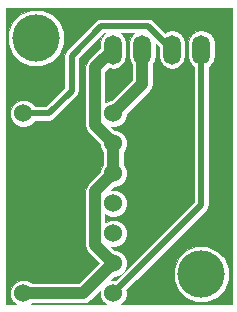
<source format=gbr>
G04 #@! TF.FileFunction,Copper,L2,Bot,Signal*
%FSLAX46Y46*%
G04 Gerber Fmt 4.6, Leading zero omitted, Abs format (unit mm)*
G04 Created by KiCad (PCBNEW 4.0.4-stable) date 11/07/16 20:20:24*
%MOMM*%
%LPD*%
G01*
G04 APERTURE LIST*
%ADD10C,0.100000*%
%ADD11O,1.500000X2.500000*%
%ADD12C,1.524000*%
%ADD13C,4.000000*%
%ADD14C,0.500000*%
%ADD15C,1.000000*%
%ADD16C,0.026000*%
G04 APERTURE END LIST*
D10*
D11*
X17000000Y-4000000D03*
X14500000Y-4000000D03*
X12000000Y-4000000D03*
X9500000Y-4000000D03*
D12*
X9540000Y-17000000D03*
X9540000Y-14460000D03*
X9540000Y-11920000D03*
X9540000Y-9380000D03*
X9540000Y-19540000D03*
X9540000Y-22080000D03*
X9540000Y-24620000D03*
X1920000Y-9380000D03*
X1920000Y-24620000D03*
D13*
X17000000Y-23000000D03*
X3000000Y-3000000D03*
D14*
X9540000Y-24620000D02*
X17000000Y-17160000D01*
X17000000Y-17160000D02*
X17000000Y-4000000D01*
X14500000Y-4000000D02*
X12500000Y-2000000D01*
X4120000Y-9380000D02*
X1920000Y-9380000D01*
X6000000Y-7500000D02*
X4120000Y-9380000D01*
X6000000Y-4500000D02*
X6000000Y-7500000D01*
X8500000Y-2000000D02*
X6000000Y-4500000D01*
X12500000Y-2000000D02*
X8500000Y-2000000D01*
D15*
X12000000Y-4000000D02*
X12000000Y-6920000D01*
X12000000Y-6920000D02*
X9540000Y-9380000D01*
X9540000Y-22080000D02*
X7000000Y-24620000D01*
X7000000Y-24620000D02*
X1920000Y-24620000D01*
X9540000Y-14460000D02*
X8000000Y-16000000D01*
X8000000Y-20540000D02*
X9540000Y-22080000D01*
X8000000Y-16000000D02*
X8000000Y-20540000D01*
X9540000Y-11920000D02*
X9540000Y-14460000D01*
X9500000Y-4000000D02*
X8000000Y-5500000D01*
X8000000Y-10380000D02*
X9540000Y-11920000D01*
X8000000Y-5500000D02*
X8000000Y-10380000D01*
D16*
G36*
X8414805Y-24842795D02*
X8585715Y-25256429D01*
X8890754Y-25562000D01*
X2568735Y-25562000D01*
X2647873Y-25483000D01*
X7000000Y-25483000D01*
X7330256Y-25417308D01*
X7610233Y-25230233D01*
X8415170Y-24425296D01*
X8414805Y-24842795D01*
X8414805Y-24842795D01*
G37*
X8414805Y-24842795D02*
X8585715Y-25256429D01*
X8890754Y-25562000D01*
X2568735Y-25562000D01*
X2647873Y-25483000D01*
X7000000Y-25483000D01*
X7330256Y-25417308D01*
X7610233Y-25230233D01*
X8415170Y-24425296D01*
X8414805Y-24842795D01*
G36*
X19562000Y-25562000D02*
X10188735Y-25562000D01*
X10493172Y-25258093D01*
X10664804Y-24844758D01*
X10665195Y-24397205D01*
X10654819Y-24372093D01*
X11558944Y-23467968D01*
X14636591Y-23467968D01*
X14995578Y-24336783D01*
X15659720Y-25002086D01*
X16527908Y-25362589D01*
X17467968Y-25363409D01*
X18336783Y-25004422D01*
X19002086Y-24340280D01*
X19362589Y-23472092D01*
X19363409Y-22532032D01*
X19004422Y-21663217D01*
X18340280Y-20997914D01*
X17472092Y-20637411D01*
X16532032Y-20636591D01*
X15663217Y-20995578D01*
X14997914Y-21659720D01*
X14637411Y-22527908D01*
X14636591Y-23467968D01*
X11558944Y-23467968D01*
X17433456Y-17593457D01*
X17566338Y-17394585D01*
X17596919Y-17240843D01*
X17613000Y-17160000D01*
X17613000Y-5434881D01*
X17787010Y-5318611D01*
X18028278Y-4957528D01*
X18113000Y-4531601D01*
X18113000Y-3468399D01*
X18028278Y-3042472D01*
X17787010Y-2681389D01*
X17425927Y-2440121D01*
X17000000Y-2355399D01*
X16574073Y-2440121D01*
X16212990Y-2681389D01*
X15971722Y-3042472D01*
X15887000Y-3468399D01*
X15887000Y-4531601D01*
X15971722Y-4957528D01*
X16212990Y-5318611D01*
X16387000Y-5434881D01*
X16387000Y-16906087D01*
X9788170Y-23504918D01*
X9764758Y-23495196D01*
X9345636Y-23494830D01*
X9635382Y-23205084D01*
X9762795Y-23205195D01*
X10176429Y-23034285D01*
X10493172Y-22718093D01*
X10664804Y-22304758D01*
X10665195Y-21857205D01*
X10494285Y-21443571D01*
X10178093Y-21126828D01*
X9764758Y-20955196D01*
X9635549Y-20955083D01*
X9345296Y-20664830D01*
X9762795Y-20665195D01*
X10176429Y-20494285D01*
X10493172Y-20178093D01*
X10664804Y-19764758D01*
X10665195Y-19317205D01*
X10494285Y-18903571D01*
X10178093Y-18586828D01*
X9764758Y-18415196D01*
X9317205Y-18414805D01*
X8903571Y-18585715D01*
X8863000Y-18626215D01*
X8863000Y-17914197D01*
X8901907Y-17953172D01*
X9315242Y-18124804D01*
X9762795Y-18125195D01*
X10176429Y-17954285D01*
X10493172Y-17638093D01*
X10664804Y-17224758D01*
X10665195Y-16777205D01*
X10494285Y-16363571D01*
X10178093Y-16046828D01*
X9764758Y-15875196D01*
X9345636Y-15874830D01*
X9635382Y-15585084D01*
X9762795Y-15585195D01*
X10176429Y-15414285D01*
X10493172Y-15098093D01*
X10664804Y-14684758D01*
X10665195Y-14237205D01*
X10494285Y-13823571D01*
X10403000Y-13732127D01*
X10403000Y-12648108D01*
X10493172Y-12558093D01*
X10664804Y-12144758D01*
X10665195Y-11697205D01*
X10494285Y-11283571D01*
X10178093Y-10966828D01*
X9764758Y-10795196D01*
X9635549Y-10795083D01*
X9345296Y-10504830D01*
X9762795Y-10505195D01*
X10176429Y-10334285D01*
X10493172Y-10018093D01*
X10664804Y-9604758D01*
X10664917Y-9475549D01*
X12610233Y-7530233D01*
X12797308Y-7250256D01*
X12863000Y-6920000D01*
X12863000Y-5204884D01*
X13028278Y-4957528D01*
X13113000Y-4531601D01*
X13113000Y-3479913D01*
X13387000Y-3753913D01*
X13387000Y-4531601D01*
X13471722Y-4957528D01*
X13712990Y-5318611D01*
X14074073Y-5559879D01*
X14500000Y-5644601D01*
X14925927Y-5559879D01*
X15287010Y-5318611D01*
X15528278Y-4957528D01*
X15613000Y-4531601D01*
X15613000Y-3468399D01*
X15528278Y-3042472D01*
X15287010Y-2681389D01*
X14925927Y-2440121D01*
X14500000Y-2355399D01*
X14074073Y-2440121D01*
X13913995Y-2547082D01*
X12933456Y-1566544D01*
X12734585Y-1433662D01*
X12500000Y-1387000D01*
X8500000Y-1387000D01*
X8265415Y-1433662D01*
X8066544Y-1566543D01*
X5566544Y-4066544D01*
X5433662Y-4265415D01*
X5387000Y-4500000D01*
X5387000Y-7246087D01*
X3866088Y-8767000D01*
X2883966Y-8767000D01*
X2874285Y-8743571D01*
X2558093Y-8426828D01*
X2144758Y-8255196D01*
X1697205Y-8254805D01*
X1283571Y-8425715D01*
X966828Y-8741907D01*
X795196Y-9155242D01*
X794805Y-9602795D01*
X965715Y-10016429D01*
X1281907Y-10333172D01*
X1695242Y-10504804D01*
X2142795Y-10505195D01*
X2556429Y-10334285D01*
X2873172Y-10018093D01*
X2883592Y-9993000D01*
X4120000Y-9993000D01*
X4354585Y-9946338D01*
X4553456Y-9813456D01*
X6433456Y-7933457D01*
X6566338Y-7734585D01*
X6569775Y-7717308D01*
X6613000Y-7500000D01*
X6613000Y-4753912D01*
X8753913Y-2613000D01*
X8815341Y-2613000D01*
X8712990Y-2681389D01*
X8471722Y-3042472D01*
X8387000Y-3468399D01*
X8387000Y-3892534D01*
X7389767Y-4889767D01*
X7202692Y-5169744D01*
X7137000Y-5500000D01*
X7137000Y-10380000D01*
X7202692Y-10710256D01*
X7389767Y-10990233D01*
X8414916Y-12015382D01*
X8414805Y-12142795D01*
X8585715Y-12556429D01*
X8677000Y-12647873D01*
X8677000Y-13731892D01*
X8586828Y-13821907D01*
X8415196Y-14235242D01*
X8415083Y-14364451D01*
X7389767Y-15389767D01*
X7202692Y-15669744D01*
X7137000Y-16000000D01*
X7137000Y-20540000D01*
X7202692Y-20870256D01*
X7389767Y-21150233D01*
X8319534Y-22080000D01*
X6642534Y-23757000D01*
X2648108Y-23757000D01*
X2558093Y-23666828D01*
X2144758Y-23495196D01*
X1697205Y-23494805D01*
X1283571Y-23665715D01*
X966828Y-23981907D01*
X795196Y-24395242D01*
X794805Y-24842795D01*
X965715Y-25256429D01*
X1270754Y-25562000D01*
X438000Y-25562000D01*
X438000Y-3467968D01*
X636591Y-3467968D01*
X995578Y-4336783D01*
X1659720Y-5002086D01*
X2527908Y-5362589D01*
X3467968Y-5363409D01*
X4336783Y-5004422D01*
X5002086Y-4340280D01*
X5362589Y-3472092D01*
X5363409Y-2532032D01*
X5004422Y-1663217D01*
X4340280Y-997914D01*
X3472092Y-637411D01*
X2532032Y-636591D01*
X1663217Y-995578D01*
X997914Y-1659720D01*
X637411Y-2527908D01*
X636591Y-3467968D01*
X438000Y-3467968D01*
X438000Y-438000D01*
X19562000Y-438000D01*
X19562000Y-25562000D01*
X19562000Y-25562000D01*
G37*
X19562000Y-25562000D02*
X10188735Y-25562000D01*
X10493172Y-25258093D01*
X10664804Y-24844758D01*
X10665195Y-24397205D01*
X10654819Y-24372093D01*
X11558944Y-23467968D01*
X14636591Y-23467968D01*
X14995578Y-24336783D01*
X15659720Y-25002086D01*
X16527908Y-25362589D01*
X17467968Y-25363409D01*
X18336783Y-25004422D01*
X19002086Y-24340280D01*
X19362589Y-23472092D01*
X19363409Y-22532032D01*
X19004422Y-21663217D01*
X18340280Y-20997914D01*
X17472092Y-20637411D01*
X16532032Y-20636591D01*
X15663217Y-20995578D01*
X14997914Y-21659720D01*
X14637411Y-22527908D01*
X14636591Y-23467968D01*
X11558944Y-23467968D01*
X17433456Y-17593457D01*
X17566338Y-17394585D01*
X17596919Y-17240843D01*
X17613000Y-17160000D01*
X17613000Y-5434881D01*
X17787010Y-5318611D01*
X18028278Y-4957528D01*
X18113000Y-4531601D01*
X18113000Y-3468399D01*
X18028278Y-3042472D01*
X17787010Y-2681389D01*
X17425927Y-2440121D01*
X17000000Y-2355399D01*
X16574073Y-2440121D01*
X16212990Y-2681389D01*
X15971722Y-3042472D01*
X15887000Y-3468399D01*
X15887000Y-4531601D01*
X15971722Y-4957528D01*
X16212990Y-5318611D01*
X16387000Y-5434881D01*
X16387000Y-16906087D01*
X9788170Y-23504918D01*
X9764758Y-23495196D01*
X9345636Y-23494830D01*
X9635382Y-23205084D01*
X9762795Y-23205195D01*
X10176429Y-23034285D01*
X10493172Y-22718093D01*
X10664804Y-22304758D01*
X10665195Y-21857205D01*
X10494285Y-21443571D01*
X10178093Y-21126828D01*
X9764758Y-20955196D01*
X9635549Y-20955083D01*
X9345296Y-20664830D01*
X9762795Y-20665195D01*
X10176429Y-20494285D01*
X10493172Y-20178093D01*
X10664804Y-19764758D01*
X10665195Y-19317205D01*
X10494285Y-18903571D01*
X10178093Y-18586828D01*
X9764758Y-18415196D01*
X9317205Y-18414805D01*
X8903571Y-18585715D01*
X8863000Y-18626215D01*
X8863000Y-17914197D01*
X8901907Y-17953172D01*
X9315242Y-18124804D01*
X9762795Y-18125195D01*
X10176429Y-17954285D01*
X10493172Y-17638093D01*
X10664804Y-17224758D01*
X10665195Y-16777205D01*
X10494285Y-16363571D01*
X10178093Y-16046828D01*
X9764758Y-15875196D01*
X9345636Y-15874830D01*
X9635382Y-15585084D01*
X9762795Y-15585195D01*
X10176429Y-15414285D01*
X10493172Y-15098093D01*
X10664804Y-14684758D01*
X10665195Y-14237205D01*
X10494285Y-13823571D01*
X10403000Y-13732127D01*
X10403000Y-12648108D01*
X10493172Y-12558093D01*
X10664804Y-12144758D01*
X10665195Y-11697205D01*
X10494285Y-11283571D01*
X10178093Y-10966828D01*
X9764758Y-10795196D01*
X9635549Y-10795083D01*
X9345296Y-10504830D01*
X9762795Y-10505195D01*
X10176429Y-10334285D01*
X10493172Y-10018093D01*
X10664804Y-9604758D01*
X10664917Y-9475549D01*
X12610233Y-7530233D01*
X12797308Y-7250256D01*
X12863000Y-6920000D01*
X12863000Y-5204884D01*
X13028278Y-4957528D01*
X13113000Y-4531601D01*
X13113000Y-3479913D01*
X13387000Y-3753913D01*
X13387000Y-4531601D01*
X13471722Y-4957528D01*
X13712990Y-5318611D01*
X14074073Y-5559879D01*
X14500000Y-5644601D01*
X14925927Y-5559879D01*
X15287010Y-5318611D01*
X15528278Y-4957528D01*
X15613000Y-4531601D01*
X15613000Y-3468399D01*
X15528278Y-3042472D01*
X15287010Y-2681389D01*
X14925927Y-2440121D01*
X14500000Y-2355399D01*
X14074073Y-2440121D01*
X13913995Y-2547082D01*
X12933456Y-1566544D01*
X12734585Y-1433662D01*
X12500000Y-1387000D01*
X8500000Y-1387000D01*
X8265415Y-1433662D01*
X8066544Y-1566543D01*
X5566544Y-4066544D01*
X5433662Y-4265415D01*
X5387000Y-4500000D01*
X5387000Y-7246087D01*
X3866088Y-8767000D01*
X2883966Y-8767000D01*
X2874285Y-8743571D01*
X2558093Y-8426828D01*
X2144758Y-8255196D01*
X1697205Y-8254805D01*
X1283571Y-8425715D01*
X966828Y-8741907D01*
X795196Y-9155242D01*
X794805Y-9602795D01*
X965715Y-10016429D01*
X1281907Y-10333172D01*
X1695242Y-10504804D01*
X2142795Y-10505195D01*
X2556429Y-10334285D01*
X2873172Y-10018093D01*
X2883592Y-9993000D01*
X4120000Y-9993000D01*
X4354585Y-9946338D01*
X4553456Y-9813456D01*
X6433456Y-7933457D01*
X6566338Y-7734585D01*
X6569775Y-7717308D01*
X6613000Y-7500000D01*
X6613000Y-4753912D01*
X8753913Y-2613000D01*
X8815341Y-2613000D01*
X8712990Y-2681389D01*
X8471722Y-3042472D01*
X8387000Y-3468399D01*
X8387000Y-3892534D01*
X7389767Y-4889767D01*
X7202692Y-5169744D01*
X7137000Y-5500000D01*
X7137000Y-10380000D01*
X7202692Y-10710256D01*
X7389767Y-10990233D01*
X8414916Y-12015382D01*
X8414805Y-12142795D01*
X8585715Y-12556429D01*
X8677000Y-12647873D01*
X8677000Y-13731892D01*
X8586828Y-13821907D01*
X8415196Y-14235242D01*
X8415083Y-14364451D01*
X7389767Y-15389767D01*
X7202692Y-15669744D01*
X7137000Y-16000000D01*
X7137000Y-20540000D01*
X7202692Y-20870256D01*
X7389767Y-21150233D01*
X8319534Y-22080000D01*
X6642534Y-23757000D01*
X2648108Y-23757000D01*
X2558093Y-23666828D01*
X2144758Y-23495196D01*
X1697205Y-23494805D01*
X1283571Y-23665715D01*
X966828Y-23981907D01*
X795196Y-24395242D01*
X794805Y-24842795D01*
X965715Y-25256429D01*
X1270754Y-25562000D01*
X438000Y-25562000D01*
X438000Y-3467968D01*
X636591Y-3467968D01*
X995578Y-4336783D01*
X1659720Y-5002086D01*
X2527908Y-5362589D01*
X3467968Y-5363409D01*
X4336783Y-5004422D01*
X5002086Y-4340280D01*
X5362589Y-3472092D01*
X5363409Y-2532032D01*
X5004422Y-1663217D01*
X4340280Y-997914D01*
X3472092Y-637411D01*
X2532032Y-636591D01*
X1663217Y-995578D01*
X997914Y-1659720D01*
X637411Y-2527908D01*
X636591Y-3467968D01*
X438000Y-3467968D01*
X438000Y-438000D01*
X19562000Y-438000D01*
X19562000Y-25562000D01*
G36*
X11212990Y-2681389D02*
X10971722Y-3042472D01*
X10887000Y-3468399D01*
X10887000Y-4531601D01*
X10971722Y-4957528D01*
X11137000Y-5204884D01*
X11137000Y-6562534D01*
X9444618Y-8254916D01*
X9317205Y-8254805D01*
X8903571Y-8425715D01*
X8863000Y-8466215D01*
X8863000Y-5857466D01*
X9146233Y-5574233D01*
X9500000Y-5644601D01*
X9925927Y-5559879D01*
X10287010Y-5318611D01*
X10528278Y-4957528D01*
X10613000Y-4531601D01*
X10613000Y-3468399D01*
X10528278Y-3042472D01*
X10287010Y-2681389D01*
X10184659Y-2613000D01*
X11315341Y-2613000D01*
X11212990Y-2681389D01*
X11212990Y-2681389D01*
G37*
X11212990Y-2681389D02*
X10971722Y-3042472D01*
X10887000Y-3468399D01*
X10887000Y-4531601D01*
X10971722Y-4957528D01*
X11137000Y-5204884D01*
X11137000Y-6562534D01*
X9444618Y-8254916D01*
X9317205Y-8254805D01*
X8903571Y-8425715D01*
X8863000Y-8466215D01*
X8863000Y-5857466D01*
X9146233Y-5574233D01*
X9500000Y-5644601D01*
X9925927Y-5559879D01*
X10287010Y-5318611D01*
X10528278Y-4957528D01*
X10613000Y-4531601D01*
X10613000Y-3468399D01*
X10528278Y-3042472D01*
X10287010Y-2681389D01*
X10184659Y-2613000D01*
X11315341Y-2613000D01*
X11212990Y-2681389D01*
M02*

</source>
